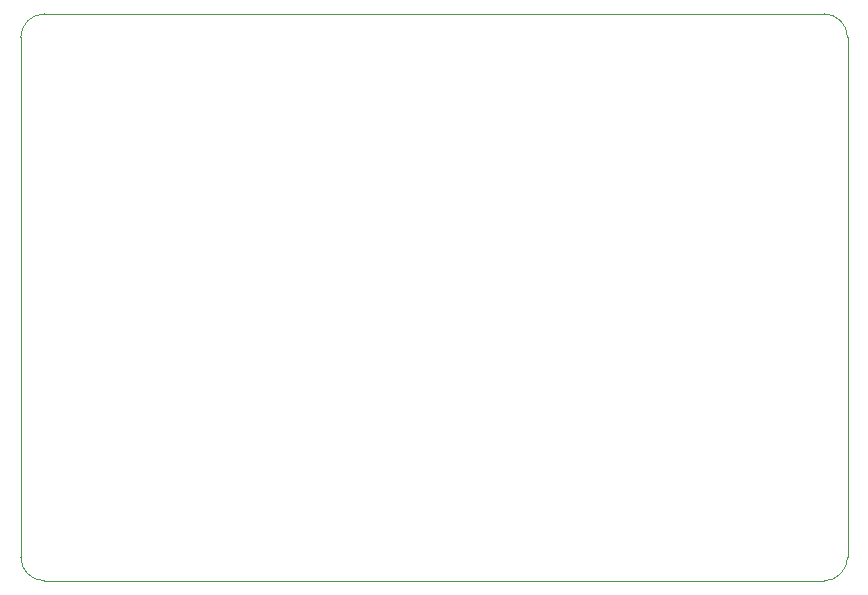
<source format=gko>
%FSLAX46Y46*%
%MOMM*%
%ADD10C,0.010000*%
G01*
%LPD*%
G01*
%LPD*%
D10*
X-35000000Y-22000000D02*
X-35000000Y22000000D01*
D10*
X-33000000Y24000000D02*
X33000000Y24000000D01*
D10*
X35000000Y22000000D02*
X35000000Y-22000000D01*
D10*
X33000000Y-24000000D02*
X-33000000Y-24000000D01*
G75*
D10*
G02*
X-33000000Y-24000000D02*
X-35000000Y-22000000I0J2000000D01*
D10*
G02*
X-35000000Y22000000D02*
X-33000000Y24000000I2000000J0D01*
D10*
G02*
X33000000Y24000000D02*
X35000000Y22000000I0J-2000000D01*
D10*
G02*
X35000000Y-22000000D02*
X33000000Y-24000000I-2000000J0D01*
M02*

</source>
